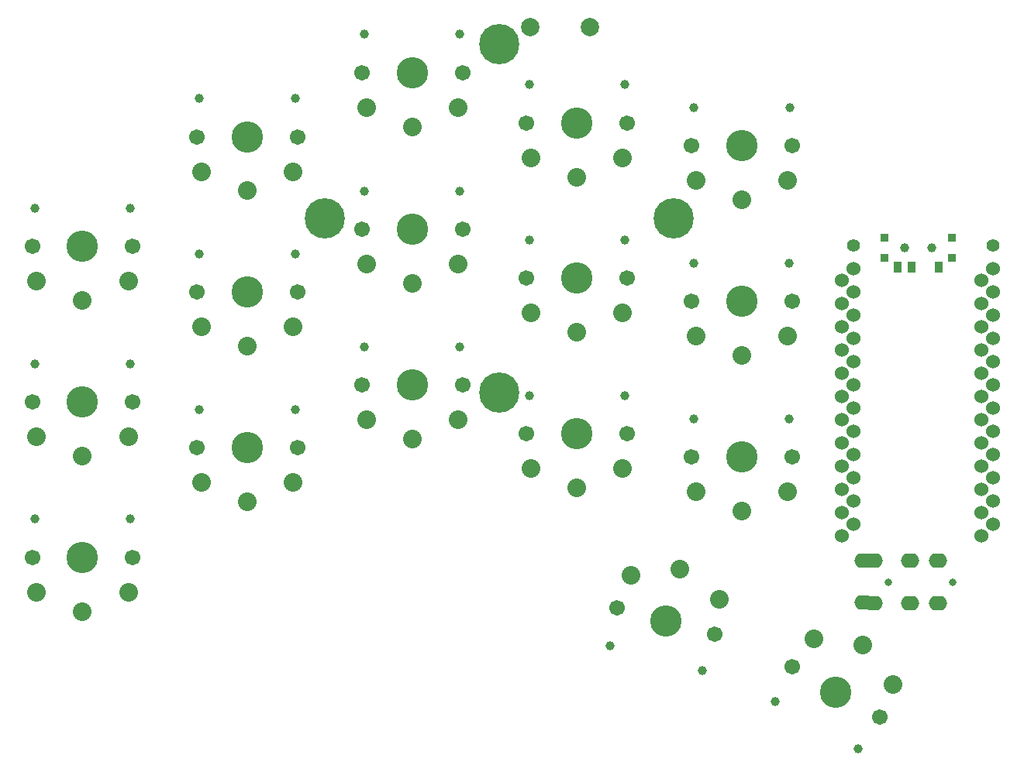
<source format=gbr>
%TF.GenerationSoftware,KiCad,Pcbnew,(6.0.1)*%
%TF.CreationDate,2022-01-25T22:42:03+01:00*%
%TF.ProjectId,half-swept,68616c66-2d73-4776-9570-742e6b696361,rev?*%
%TF.SameCoordinates,Original*%
%TF.FileFunction,Soldermask,Top*%
%TF.FilePolarity,Negative*%
%FSLAX46Y46*%
G04 Gerber Fmt 4.6, Leading zero omitted, Abs format (unit mm)*
G04 Created by KiCad (PCBNEW (6.0.1)) date 2022-01-25 22:42:03*
%MOMM*%
%LPD*%
G01*
G04 APERTURE LIST*
%ADD10C,1.397000*%
%ADD11C,0.800000*%
%ADD12O,2.000000X1.600000*%
%ADD13C,2.000000*%
%ADD14C,3.429000*%
%ADD15C,1.701800*%
%ADD16C,0.990600*%
%ADD17C,2.032000*%
%ADD18C,1.524000*%
%ADD19C,4.400000*%
%ADD20R,0.900000X0.900000*%
%ADD21R,0.900000X1.250000*%
%ADD22C,1.000000*%
G04 APERTURE END LIST*
D10*
%TO.C,B+*%
X126492000Y-45974000D03*
%TD*%
%TO.C,B-*%
X111252000Y-45974000D03*
%TD*%
D11*
%TO.C,J2*%
X122098000Y-82750000D03*
X115098000Y-82750000D03*
D12*
X117498000Y-85050000D03*
X117478000Y-80420000D03*
X120498000Y-85050000D03*
X120478000Y-80420000D03*
X112398000Y-80450000D03*
X112378000Y-85020000D03*
X113478000Y-80420000D03*
X113498000Y-85050000D03*
%TD*%
D13*
%TO.C,RSW1*%
X82498000Y-22098000D03*
X75998000Y-22098000D03*
%TD*%
D14*
%TO.C,SW2*%
X27080000Y-46080000D03*
D15*
X32580000Y-46080000D03*
D16*
X21860000Y-41880000D03*
X32300000Y-41880000D03*
D15*
X21580000Y-46080000D03*
D17*
X27080000Y-51980000D03*
X22080000Y-49880000D03*
X32080000Y-49880000D03*
%TD*%
D15*
%TO.C,SW3*%
X39580000Y-34080000D03*
D16*
X50300000Y-29880000D03*
X39860000Y-29880000D03*
D14*
X45080000Y-34080000D03*
D15*
X50580000Y-34080000D03*
D17*
X45080000Y-39980000D03*
X50080000Y-37880000D03*
X40080000Y-37880000D03*
%TD*%
D15*
%TO.C,SW4*%
X57580000Y-27080000D03*
D14*
X63080000Y-27080000D03*
D15*
X68580000Y-27080000D03*
D16*
X68300000Y-22880000D03*
X57860000Y-22880000D03*
D17*
X63080000Y-32980000D03*
X58080000Y-30880000D03*
X68080000Y-30880000D03*
%TD*%
D16*
%TO.C,SW5*%
X86300000Y-28380000D03*
D15*
X86580000Y-32580000D03*
D16*
X75860000Y-28380000D03*
D15*
X75580000Y-32580000D03*
D14*
X81080000Y-32580000D03*
D17*
X81080000Y-38480000D03*
X86080000Y-36380000D03*
X76080000Y-36380000D03*
%TD*%
D16*
%TO.C,SW6*%
X104300000Y-30880000D03*
D15*
X93580000Y-35080000D03*
D14*
X99080000Y-35080000D03*
D16*
X93860000Y-30880000D03*
D15*
X104580000Y-35080000D03*
D17*
X99080000Y-40980000D03*
X94080000Y-38880000D03*
X104080000Y-38880000D03*
%TD*%
D16*
%TO.C,SW8*%
X21860000Y-58880000D03*
D14*
X27080000Y-63080000D03*
D16*
X32300000Y-58880000D03*
D15*
X21580000Y-63080000D03*
X32580000Y-63080000D03*
D17*
X27080000Y-68980000D03*
X22080000Y-66880000D03*
X32080000Y-66880000D03*
%TD*%
D15*
%TO.C,SW9*%
X39580000Y-51054000D03*
D16*
X50300000Y-46854000D03*
D15*
X50580000Y-51054000D03*
D14*
X45080000Y-51054000D03*
D16*
X39860000Y-46854000D03*
D17*
X45080000Y-56954000D03*
X40080000Y-54854000D03*
X50080000Y-54854000D03*
%TD*%
D15*
%TO.C,SW10*%
X68580000Y-44196000D03*
D16*
X57860000Y-39996000D03*
X68300000Y-39996000D03*
D15*
X57580000Y-44196000D03*
D14*
X63080000Y-44196000D03*
D17*
X63080000Y-50096000D03*
X58080000Y-47996000D03*
X68080000Y-47996000D03*
%TD*%
D15*
%TO.C,SW11*%
X75580000Y-49530000D03*
D16*
X86300000Y-45330000D03*
D14*
X81080000Y-49530000D03*
D15*
X86580000Y-49530000D03*
D16*
X75860000Y-45330000D03*
D17*
X81080000Y-55430000D03*
X86080000Y-53330000D03*
X76080000Y-53330000D03*
%TD*%
D14*
%TO.C,SW12*%
X99060000Y-52070000D03*
D16*
X104280000Y-47870000D03*
X93840000Y-47870000D03*
D15*
X104560000Y-52070000D03*
X93560000Y-52070000D03*
D17*
X99060000Y-57970000D03*
X104060000Y-55870000D03*
X94060000Y-55870000D03*
%TD*%
D14*
%TO.C,SW14*%
X27080000Y-80080000D03*
D15*
X21580000Y-80080000D03*
X32580000Y-80080000D03*
D16*
X32300000Y-75880000D03*
X21860000Y-75880000D03*
D17*
X27080000Y-85980000D03*
X32080000Y-83880000D03*
X22080000Y-83880000D03*
%TD*%
D14*
%TO.C,SW15*%
X45080000Y-68072000D03*
D16*
X39860000Y-63872000D03*
X50300000Y-63872000D03*
D15*
X39580000Y-68072000D03*
X50580000Y-68072000D03*
D17*
X45080000Y-73972000D03*
X40080000Y-71872000D03*
X50080000Y-71872000D03*
%TD*%
D14*
%TO.C,SW16*%
X63080000Y-61214000D03*
D16*
X68300000Y-57014000D03*
D15*
X57580000Y-61214000D03*
D16*
X57860000Y-57014000D03*
D15*
X68580000Y-61214000D03*
D17*
X63080000Y-67114000D03*
X58080000Y-65014000D03*
X68080000Y-65014000D03*
%TD*%
D16*
%TO.C,SW17*%
X86300000Y-62348000D03*
X75860000Y-62348000D03*
D15*
X86580000Y-66548000D03*
X75580000Y-66548000D03*
D14*
X81080000Y-66548000D03*
D17*
X81080000Y-72448000D03*
X76080000Y-70348000D03*
X86080000Y-70348000D03*
%TD*%
D15*
%TO.C,SW18*%
X93560000Y-69088000D03*
D16*
X93840000Y-64888000D03*
D15*
X104560000Y-69088000D03*
D14*
X99060000Y-69088000D03*
D16*
X104280000Y-64888000D03*
D17*
X99060000Y-74988000D03*
X104060000Y-72888000D03*
X94060000Y-72888000D03*
%TD*%
D16*
%TO.C,SW20*%
X102735347Y-95807307D03*
X111776653Y-101027307D03*
D15*
X114119140Y-97530000D03*
D14*
X109356000Y-94780000D03*
D15*
X104592860Y-92030000D03*
D17*
X112306000Y-89670450D03*
X115586127Y-93989103D03*
X106925873Y-88989103D03*
%TD*%
D15*
%TO.C,SW21*%
X96108592Y-88453505D03*
D16*
X84666827Y-89735853D03*
D15*
X85483408Y-85606495D03*
D16*
X94751093Y-92437924D03*
D14*
X90796000Y-87030000D03*
D17*
X92323032Y-81331038D03*
X96609142Y-84653577D03*
X86949883Y-82065387D03*
%TD*%
D18*
%TO.C,U1*%
X109982000Y-49784000D03*
X126528400Y-48514000D03*
X126528400Y-51054000D03*
X109982000Y-52324000D03*
X126528400Y-53594000D03*
X109982000Y-54864000D03*
X109982000Y-57404000D03*
X126528400Y-56134000D03*
X109982000Y-59944000D03*
X126528400Y-58674000D03*
X126528400Y-61214000D03*
X109982000Y-62484000D03*
X109982000Y-65024000D03*
X126528400Y-63754000D03*
X126528400Y-66294000D03*
X109982000Y-67564000D03*
X126528400Y-68834000D03*
X109982000Y-70104000D03*
X109982000Y-72644000D03*
X126528400Y-71374000D03*
X126528400Y-73914000D03*
X109982000Y-75184000D03*
X109982000Y-77724000D03*
X126528400Y-76454000D03*
X125222000Y-77724000D03*
X111308400Y-76454000D03*
X111308400Y-73914000D03*
X125222000Y-75184000D03*
X111308400Y-71374000D03*
X125222000Y-72644000D03*
X111308400Y-68834000D03*
X125222000Y-70104000D03*
X111308400Y-66294000D03*
X125222000Y-67564000D03*
X111308400Y-63754000D03*
X125222000Y-65024000D03*
X125222000Y-62484000D03*
X111308400Y-61214000D03*
X125222000Y-59944000D03*
X111308400Y-58674000D03*
X125222000Y-57404000D03*
X111308400Y-56134000D03*
X125222000Y-54864000D03*
X111308400Y-53594000D03*
X111308400Y-51054000D03*
X125222000Y-52324000D03*
X111308400Y-48514000D03*
X125222000Y-49784000D03*
%TD*%
D19*
%TO.C,REF\u002A\u002A*%
X53530000Y-42980000D03*
X72580000Y-23930000D03*
X72580000Y-62030000D03*
X91630000Y-42980000D03*
%TD*%
D20*
%TO.C,SW2*%
X122064000Y-47328000D03*
X114664000Y-47328000D03*
X122064000Y-45128000D03*
X114664000Y-45128000D03*
D21*
X120614000Y-48303000D03*
X117614000Y-48303000D03*
X116114000Y-48303000D03*
%TD*%
D22*
%TO.C,POWER SW*%
X119864000Y-46228000D03*
X116864000Y-46228000D03*
%TD*%
M02*

</source>
